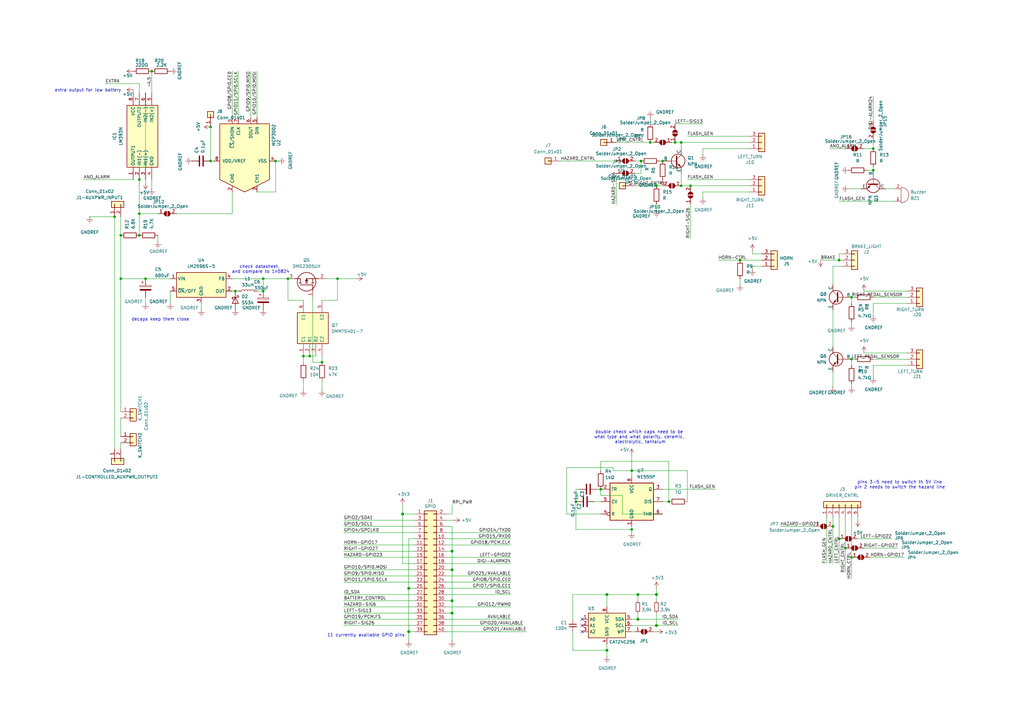
<source format=kicad_sch>
(kicad_sch (version 20231120) (generator "eeschema") (generator_version "8.0")
  (paper "A3")
  (title_block (date "15 nov 2012"))
  (lib_symbols
    (symbol "Analog_ADC:MCP3002" (pin_names (offset 1.016))
      (property "Reference" "U" (at -6.35 11.43 0))
      (property "Value" "MCP3002" (at 11.43 11.43 0))
      (symbol "MCP3002_1_1"
        (pin input line (at 17.78 5.08 180) (length 2.54) (name "~{CS}/SHDN") (number "1"))
        (pin passive line (at -12.7 5.08 0) (length 2.54) (name "CH0") (number "2"))
        (pin passive line (at -12.7 -5.08 0) (length 2.54) (name "CH1") (number "3"))
        (pin power_in line (at 0 -12.7 90) (length 2.54) (name "VSS") (number "4"))
        (pin input line (at 17.78 -5.08 180) (length 2.54) (name "DIN") (number "5"))
        (pin output line (at 17.78 -2.54 180) (length 2.54) (name "DOUT") (number "6"))
        (pin input line (at 17.78 2.54 180) (length 2.54) (name "CLK") (number "7"))
        (pin power_in line (at 0 12.7 270) (length 2.54) (name "VDD/VREF") (number "8"))
      )
    )
    (symbol "Connector_Generic:Conn_01x01" (pin_names (offset 1.016) hide)
      (property "Reference" "J" (at 0 2.54 0))
      (property "Value" "Conn_01x01" (at 0 -2.54 0))
      (symbol "Conn_01x01_1_1"
        (pin passive line (at -5.08 0 0) (length 3.81) (name "Pin_1") (number "1"))
      )
    )
    (symbol "Connector_Generic:Conn_01x02" (pin_names (offset 1.016) hide)
      (property "Reference" "J" (at 0 2.54 0))
      (property "Value" "Conn_01x02" (at 0 -5.08 0))
      (symbol "Conn_01x02_1_1"
        (pin passive line (at -5.08 0 0) (length 3.81) (name "Pin_1") (number "1"))
        (pin passive line (at -5.08 -2.54 0) (length 3.81) (name "Pin_2") (number "2"))
      )
    )
    (symbol "Connector_Generic:Conn_01x03" (pin_names (offset 1.016) hide)
      (property "Reference" "J" (at 0 5.08 0))
      (property "Value" "Conn_01x03" (at 0 -5.08 0))
      (symbol "Conn_01x03_1_1"
        (pin passive line (at -5.08 2.54 0) (length 3.81) (name "Pin_1") (number "1"))
        (pin passive line (at -5.08 0 0) (length 3.81) (name "Pin_2") (number "2"))
        (pin passive line (at -5.08 -2.54 0) (length 3.81) (name "Pin_3") (number "3"))
      )
    )
    (symbol "Connector_Generic:Conn_01x06" (pin_names (offset 1.016) hide)
      (property "Reference" "J" (at 0 7.62 0))
      (property "Value" "Conn_01x06" (at 0 -10.16 0))
      (symbol "Conn_01x06_1_1"
        (pin passive line (at -5.08 5.08 0) (length 3.81) (name "Pin_1") (number "1"))
        (pin passive line (at -5.08 2.54 0) (length 3.81) (name "Pin_2") (number "2"))
        (pin passive line (at -5.08 0 0) (length 3.81) (name "Pin_3") (number "3"))
        (pin passive line (at -5.08 -2.54 0) (length 3.81) (name "Pin_4") (number "4"))
        (pin passive line (at -5.08 -5.08 0) (length 3.81) (name "Pin_5") (number "5"))
        (pin passive line (at -5.08 -7.62 0) (length 3.81) (name "Pin_6") (number "6"))
      )
    )
    (symbol "Connector_Generic:Conn_02x20_Odd_Even" (pin_names (offset 1.016) hide)
      (property "Reference" "J" (at 1.27 25.4 0))
      (property "Value" "Conn_02x20_Odd_Even" (at 1.27 -27.94 0))
      (symbol "Conn_02x20_Odd_Even_1_1"
        (pin passive line (at -5.08 22.86 0) (length 3.81) (name "Pin_1") (number "1"))
        (pin passive line (at 7.62 12.7 180) (length 3.81) (name "Pin_10") (number "10"))
        (pin passive line (at -5.08 10.16 0) (length 3.81) (name "Pin_11") (number "11"))
        (pin passive line (at 7.62 10.16 180) (length 3.81) (name "Pin_12") (number "12"))
        (pin passive line (at -5.08 7.62 0) (length 3.81) (name "Pin_13") (number "13"))
        (pin passive line (at 7.62 7.62 180) (length 3.81) (name "Pin_14") (number "14"))
        (pin passive line (at -5.08 5.08 0) (length 3.81) (name "Pin_15") (number "15"))
        (pin passive line (at 7.62 5.08 180) (length 3.81) (name "Pin_16") (number "16"))
        (pin passive line (at -5.08 2.54 0) (length 3.81) (name "Pin_17") (number "17"))
        (pin passive line (at 7.62 2.54 180) (length 3.81) (name "Pin_18") (number "18"))
        (pin passive line (at -5.08 0 0) (length 3.81) (name "Pin_19") (number "19"))
        (pin passive line (at 7.62 22.86 180) (length 3.81) (name "Pin_2") (number "2"))
        (pin passive line (at 7.62 0 180) (length 3.81) (name "Pin_20") (number "20"))
        (pin passive line (at -5.08 -2.54 0) (length 3.81) (name "Pin_21") (number "21"))
        (pin passive line (at 7.62 -2.54 180) (length 3.81) (name "Pin_22") (number "22"))
        (pin passive line (at -5.08 -5.08 0) (length 3.81) (name "Pin_23") (number "23"))
        (pin passive line (at 7.62 -5.08 180) (length 3.81) (name "Pin_24") (number "24"))
        (pin passive line (at -5.08 -7.62 0) (length 3.81) (name "Pin_25") (number "25"))
        (pin passive line (at 7.62 -7.62 180) (length 3.81) (name "Pin_26") (number "26"))
        (pin passive line (at -5.08 -10.16 0) (length 3.81) (name "Pin_27") (number "27"))
        (pin passive line (at 7.62 -10.16 180) (length 3.81) (name "Pin_28") (number "28"))
        (pin passive line (at -5.08 -12.7 0) (length 3.81) (name "Pin_29") (number "29"))
        (pin passive line (at -5.08 20.32 0) (length 3.81) (name "Pin_3") (number "3"))
        (pin passive line (at 7.62 -12.7 180) (length 3.81) (name "Pin_30") (number "30"))
        (pin passive line (at -5.08 -15.24 0) (length 3.81) (name "Pin_31") (number "31"))
        (pin passive line (at 7.62 -15.24 180) (length 3.81) (name "Pin_32") (number "32"))
        (pin passive line (at -5.08 -17.78 0) (length 3.81) (name "Pin_33") (number "33"))
        (pin passive line (at 7.62 -17.78 180) (length 3.81) (name "Pin_34") (number "34"))
        (pin passive line (at -5.08 -20.32 0) (length 3.81) (name "Pin_35") (number "35"))
        (pin passive line (at 7.62 -20.32 180) (length 3.81) (name "Pin_36") (number "36"))
        (pin passive line (at -5.08 -22.86 0) (length 3.81) (name "Pin_37") (number "37"))
        (pin passive line (at 7.62 -22.86 180) (length 3.81) (name "Pin_38") (number "38"))
        (pin passive line (at -5.08 -25.4 0) (length 3.81) (name "Pin_39") (number "39"))
        (pin passive line (at 7.62 20.32 180) (length 3.81) (name "Pin_4") (number "4"))
        (pin passive line (at 7.62 -25.4 180) (length 3.81) (name "Pin_40") (number "40"))
        (pin passive line (at -5.08 17.78 0) (length 3.81) (name "Pin_5") (number "5"))
        (pin passive line (at 7.62 17.78 180) (length 3.81) (name "Pin_6") (number "6"))
        (pin passive line (at -5.08 15.24 0) (length 3.81) (name "Pin_7") (number "7"))
        (pin passive line (at 7.62 15.24 180) (length 3.81) (name "Pin_8") (number "8"))
        (pin passive line (at -5.08 12.7 0) (length 3.81) (name "Pin_9") (number "9"))
      )
    )
    (symbol "DMG2305UX:DMG2305UX" (pin_names hide)
      (property "Reference" "Q" (at 11.43 3.81 0))
      (property "Value" "DMG2305UX" (at 11.43 1.27 0))
      (symbol "DMG2305UX_1_1"
        (pin passive line (at 0 0 0) (length 2.54) (name "G") (number "1"))
        (pin passive line (at 7.62 -5.08 90) (length 2.54) (name "S") (number "2"))
        (pin passive line (at 7.62 10.16 270) (length 2.54) (name "D") (number "3"))
      )
    )
    (symbol "DMMT5401-7:DMMT5401-7"
      (property "Reference" "Q" (at 19.05 7.62 0))
      (property "Value" "DMMT5401-7" (at 19.05 5.08 0))
      (symbol "DMMT5401-7_1_1"
        (pin passive line (at 0 0 0) (length 5.08) (name "C1") (number "1"))
        (pin passive line (at 0 -2.54 0) (length 5.08) (name "B1") (number "2"))
        (pin passive line (at 0 -5.08 0) (length 5.08) (name "B2") (number "3"))
        (pin passive line (at 0 -7.62 0) (length 5.08) (name "C2") (number "4"))
        (pin passive line (at 22.86 -7.62 180) (length 5.08) (name "E2") (number "5"))
        (pin passive line (at 22.86 0 180) (length 5.08) (name "E1") (number "6"))
      )
    )
    (symbol "Device:Buzzer" (pin_names (offset 0.0254) hide)
      (property "Reference" "BZ" (at 3.81 1.27 0))
      (property "Value" "Buzzer" (at 3.81 -1.27 0))
      (symbol "Buzzer_1_1"
        (pin passive line (at -2.54 2.54 0) (length 2.54) (name "+") (number "1"))
        (pin passive line (at -2.54 -2.54 0) (length 2.54) (name "-") (number "2"))
      )
    )
    (symbol "Device:C" (pin_numbers hide) (pin_names (offset 0.254))
      (property "Reference" "C" (at 0.635 2.54 0))
      (property "Value" "C" (at 0.635 -2.54 0))
      (symbol "C_1_1"
        (pin passive line (at 0 3.81 270) (length 2.794) (name "~") (number "1"))
        (pin passive line (at 0 -3.81 90) (length 2.794) (name "~") (number "2"))
      )
    )
    (symbol "Device:C_Polarized" (pin_numbers hide) (pin_names (offset 0.254))
      (property "Reference" "C" (at 0.635 2.54 0))
      (property "Value" "C_Polarized" (at 0.635 -2.54 0))
      (symbol "C_Polarized_1_1"
        (pin passive line (at 0 3.81 270) (length 2.794) (name "~") (number "1"))
        (pin passive line (at 0 -3.81 90) (length 2.794) (name "~") (number "2"))
      )
    )
    (symbol "Device:C_Small" (pin_numbers hide) (pin_names (offset 0.254) hide)
      (property "Reference" "C" (at 0.254 1.778 0))
      (property "Value" "C_Small" (at 0.254 -2.032 0))
      (symbol "C_Small_1_1"
        (pin passive line (at 0 2.54 270) (length 2.032) (name "~") (number "1"))
        (pin passive line (at 0 -2.54 90) (length 2.032) (name "~") (number "2"))
      )
    )
    (symbol "Device:L" (pin_numbers hide) (pin_names (offset 1.016) hide)
      (property "Reference" "L" (at -1.27 0 90))
      (property "Value" "L" (at 1.905 0 90))
      (symbol "L_1_1"
        (pin passive line (at 0 3.81 270) (length 1.27) (name "1") (number "1"))
        (pin passive line (at 0 -3.81 90) (length 1.27) (name "2") (number "2"))
      )
    )
    (symbol "Device:R" (pin_numbers hide) (pin_names (offset 0))
      (property "Reference" "R" (at 2.032 0 90))
      (property "Value" "R" (at 0 0 90))
      (symbol "R_1_1"
        (pin passive line (at 0 3.81 270) (length 1.27) (name "~") (number "1"))
        (pin passive line (at 0 -3.81 90) (length 1.27) (name "~") (number "2"))
      )
    )
    (symbol "Device:R_Small" (pin_numbers hide) (pin_names (offset 0.254) hide)
      (property "Reference" "R" (at 0.762 0.508 0))
      (property "Value" "R_Small" (at 0.762 -1.016 0))
      (symbol "R_Small_1_1"
        (pin passive line (at 0 2.54 270) (length 0.762) (name "~") (number "1"))
        (pin passive line (at 0 -2.54 90) (length 0.762) (name "~") (number "2"))
      )
    )
    (symbol "Diode:SS34" (pin_numbers hide) (pin_names (offset 1.016) hide)
      (property "Reference" "D" (at 0 2.54 0))
      (property "Value" "SS34" (at 0 -2.54 0))
      (symbol "SS34_1_1"
        (pin passive line (at -3.81 0 0) (length 2.54) (name "K") (number "1"))
        (pin passive line (at 3.81 0 180) (length 2.54) (name "A") (number "2"))
      )
    )
    (symbol "Jumper:SolderJumper_2_Open" (pin_names (offset 0) hide)
      (property "Reference" "JP" (at 0 2.032 0))
      (property "Value" "SolderJumper_2_Open" (at 0 -2.54 0))
      (symbol "SolderJumper_2_Open_1_1"
        (pin passive line (at -3.81 0 0) (length 2.54) (name "A") (number "1"))
        (pin passive line (at 3.81 0 180) (length 2.54) (name "B") (number "2"))
      )
    )
    (symbol "LM393N:LM393N"
      (property "Reference" "IC" (at 31.75 7.62 0))
      (property "Value" "LM393N" (at 31.75 5.08 0))
      (symbol "LM393N_1_1"
        (pin passive line (at 0 0 0) (length 5.08) (name "OUTPUT1") (number "1"))
        (pin passive line (at 0 -2.54 0) (length 5.08) (name "IN1(-)") (number "2"))
        (pin passive line (at 0 -5.08 0) (length 5.08) (name "IN1(+)") (number "3"))
        (pin passive line (at 0 -7.62 0) (length 5.08) (name "GND") (number "4"))
        (pin passive line (at 35.56 -7.62 180) (length 5.08) (name "IN2(+)") (number "5"))
        (pin passive line (at 35.56 -5.08 180) (length 5.08) (name "IN2(-)") (number "6"))
        (pin passive line (at 35.56 -2.54 180) (length 5.08) (name "OUTPUT2") (number "7"))
        (pin passive line (at 35.56 0 180) (length 5.08) (name "VCC") (number "8"))
      )
    )
    (symbol "Memory_EEPROM:CAT24C256"
      (property "Reference" "U" (at -6.35 6.35 0))
      (property "Value" "CAT24C256" (at 1.27 6.35 0))
      (symbol "CAT24C256_1_1"
        (pin input line (at -10.16 2.54 0) (length 2.54) (name "A0") (number "1"))
        (pin input line (at -10.16 0 0) (length 2.54) (name "A1") (number "2"))
        (pin input line (at -10.16 -2.54 0) (length 2.54) (name "A2") (number "3"))
        (pin power_in line (at 0 -7.62 90) (length 2.54) (name "GND") (number "4"))
        (pin bidirectional line (at 10.16 2.54 180) (length 2.54) (name "SDA") (number "5"))
        (pin input line (at 10.16 0 180) (length 2.54) (name "SCL") (number "6"))
        (pin input line (at 10.16 -2.54 180) (length 2.54) (name "WP") (number "7"))
        (pin power_in line (at 0 7.62 270) (length 2.54) (name "VCC") (number "8"))
      )
    )
    (symbol "Regulator_Switching:LM2596S-5"
      (property "Reference" "U" (at -10.16 6.35 0))
      (property "Value" "LM2596S-5" (at 0 6.35 0))
      (symbol "LM2596S-5_1_1"
        (pin power_in line (at -12.7 2.54 0) (length 2.54) (name "VIN") (number "1"))
        (pin output line (at 12.7 -2.54 180) (length 2.54) (name "OUT") (number "2"))
        (pin power_in line (at 0 -7.62 90) (length 2.54) (name "GND") (number "3"))
        (pin input line (at 12.7 2.54 180) (length 2.54) (name "FB") (number "4"))
        (pin input line (at -12.7 -2.54 0) (length 2.54) (name "~{ON}/OFF") (number "5"))
      )
    )
    (symbol "Simulation_SPICE:NPN" (pin_numbers hide) (pin_names (offset 0))
      (property "Reference" "Q" (at -2.54 7.62 0))
      (property "Value" "NPN" (at -2.54 5.08 0))
      (symbol "NPN_1_1"
        (pin open_collector line (at 2.54 5.08 270) (length 2.54) (name "C") (number "1"))
        (pin input line (at -5.08 0 0) (length 2.54) (name "B") (number "2"))
        (pin open_emitter line (at 2.54 -5.08 90) (length 2.54) (name "E") (number "3"))
      )
    )
    (symbol "Timer:NE555P"
      (property "Reference" "U" (at -10.16 8.89 0))
      (property "Value" "NE555P" (at 2.54 8.89 0))
      (symbol "NE555P_0_0"
        (pin power_in line (at 0 -10.16 90) (length 2.54) (name "GND") (number "1"))
        (pin power_in line (at 0 10.16 270) (length 2.54) (name "VCC") (number "8"))
      )
      (symbol "NE555P_1_1"
        (pin input line (at -12.7 5.08 0) (length 3.81) (name "TR") (number "2"))
        (pin output line (at 12.7 5.08 180) (length 3.81) (name "Q") (number "3"))
        (pin input inverted (at -12.7 -5.08 0) (length 3.81) (name "R") (number "4"))
        (pin input line (at -12.7 0 0) (length 3.81) (name "CV") (number "5"))
        (pin input line (at 12.7 -5.08 180) (length 3.81) (name "THR") (number "6"))
        (pin input line (at 12.7 0 180) (length 3.81) (name "DIS") (number "7"))
      )
    )
    (symbol "power:+3.3V" (power) (pin_names (offset 0))
      (property "Value" "+3.3V" (at 0 3.556 0))
      (symbol "+3.3V_1_1"
        (pin power_in line (at 0 0 90) (length 0) hide (name "+3V3") (number "1"))
      )
    )
    (symbol "power:+5V" (power) (pin_names (offset 0))
      (property "Value" "+5V" (at 0 3.556 0))
      (symbol "+5V_1_1"
        (pin power_in line (at 0 0 90) (length 0) hide (name "+5V") (number "1"))
      )
    )
    (symbol "power:GNDREF" (power) (pin_numbers hide) (pin_names (offset 0) hide)
      (property "Value" "GNDREF" (at 0 -3.81 0))
      (symbol "GNDREF_1_1"
        (pin power_in line (at 0 0 270) (length 0) (name "~") (number "1"))
      )
    )
  )
  (junction (at 261.62 254) (diameter 1.016))
  (junction (at 283.21 76.2))
  (junction (at 248.92 266.7) (diameter 1.016))
  (junction (at 274.32 205.74))
  (junction (at 185.42 226.06) (diameter 1.016))
  (junction (at 248.92 243.84) (diameter 1.016))
  (junction (at 49.53 114.3))
  (junction (at 349.25 121.92))
  (junction (at 344.17 220.98))
  (junction (at 127 146.05))
  (junction (at 269.24 243.84) (diameter 1.016))
  (junction (at 107.95 119.38))
  (junction (at 236.22 205.74))
  (junction (at 259.08 193.04))
  (junction (at 349.25 228.6))
  (junction (at 57.15 73.66))
  (junction (at 57.15 96.52))
  (junction (at 113.03 66.04))
  (junction (at 62.23 29.21))
  (junction (at 271.78 66.04))
  (junction (at 349.25 147.32))
  (junction (at 167.64 259.08) (diameter 1.016))
  (junction (at 246.38 200.66))
  (junction (at 132.08 148.59))
  (junction (at 269.24 76.2))
  (junction (at 279.4 76.2))
  (junction (at 124.46 146.05))
  (junction (at 167.64 241.3) (diameter 1.016))
  (junction (at 86.36 66.04))
  (junction (at 276.86 58.42))
  (junction (at 341.63 215.9))
  (junction (at 262.89 66.04))
  (junction (at 185.42 251.46) (diameter 1.016))
  (junction (at 57.15 87.63))
  (junction (at 259.08 217.17))
  (junction (at 358.14 60.96))
  (junction (at 346.71 224.79))
  (junction (at 107.95 114.3))
  (junction (at 185.42 246.38) (diameter 1.016))
  (junction (at 266.7 58.42))
  (junction (at 185.42 233.68) (diameter 1.016))
  (junction (at 138.43 114.3))
  (junction (at 269.24 256.54) (diameter 1.016))
  (junction (at 344.17 106.68))
  (junction (at 59.69 114.3))
  (junction (at 96.52 119.38))
  (junction (at 49.53 96.52))
  (junction (at 279.4 58.42))
  (junction (at 86.36 52.07))
  (junction (at 358.14 69.85))
  (junction (at 303.53 106.68))
  (junction (at 118.11 114.3))
  (junction (at 46.99 88.9))
  (junction (at 165.1 210.82) (diameter 1.016))
  (junction (at 261.62 243.84) (diameter 1.016))
  (no_connect (at 238.76 254))
  (no_connect (at 238.76 256.54))
  (no_connect (at 238.76 259.08))
  (wire (pts (xy 49.53 88.9) (xy 49.53 96.52)))
  (wire (pts (xy 167.64 241.3) (xy 167.64 259.08)))
  (wire (pts (xy 182.88 241.3) (xy 209.55 241.3)))
  (wire (pts (xy 349.25 212.09) (xy 349.25 228.6)))
  (wire (pts (xy 344.17 212.09) (xy 344.17 220.98)))
  (wire (pts (xy 274.32 189.23) (xy 246.38 189.23)))
  (wire (pts (xy 170.18 223.52) (xy 140.97 223.52)))
  (wire (pts (xy 341.63 109.22) (xy 341.63 116.84)))
  (wire (pts (xy 248.92 243.84) (xy 261.62 243.84)))
  (wire (pts (xy 269.24 243.84) (xy 261.62 243.84)))
  (wire (pts (xy 269.24 246.38) (xy 269.24 243.84)))
  (wire (pts (xy 266.7 50.8) (xy 266.7 48.26)))
  (wire (pts (xy 185.42 215.9) (xy 185.42 226.06)))
  (wire (pts (xy 281.94 205.74) (xy 281.94 193.04)))
  (wire (pts (xy 185.42 233.68) (xy 182.88 233.68)))
  (wire (pts (xy 363.22 77.47) (xy 367.03 77.47)))
  (wire (pts (xy 49.53 114.3) (xy 59.69 114.3)))
  (wire (pts (xy 259.08 215.9) (xy 259.08 217.17)))
  (wire (pts (xy 185.42 246.38) (xy 185.42 251.46)))
  (wire (pts (xy 49.53 114.3) (xy 49.53 168.91)))
  (wire (pts (xy 358.14 57.15) (xy 358.14 60.96)))
  (wire (pts (xy 95.25 87.63) (xy 95.25 78.74)))
  (wire (pts (xy 107.95 114.3) (xy 118.11 114.3)))
  (wire (pts (xy 260.35 76.2) (xy 269.24 76.2)))
  (wire (pts (xy 57.15 68.58) (xy 57.15 73.66)))
  (wire (pts (xy 344.17 106.68) (xy 345.44 106.68)))
  (wire (pts (xy 349.25 121.92) (xy 350.52 121.92)))
  (wire (pts (xy 185.42 233.68) (xy 185.42 246.38)))
  (wire (pts (xy 182.88 218.44) (xy 209.55 218.44)))
  (wire (pts (xy 346.71 212.09) (xy 346.71 224.79)))
  (wire (pts (xy 167.64 220.98) (xy 167.64 241.3)))
  (wire (pts (xy 262.89 71.12) (xy 260.35 71.12)))
  (wire (pts (xy 259.08 254) (xy 261.62 254)))
  (wire (pts (xy 261.62 254) (xy 278.13 254)))
  (wire (pts (xy 349.25 228.6) (xy 349.25 237.49)))
  (wire (pts (xy 232.41 210.82) (xy 232.41 191.77)))
  (wire (pts (xy 138.43 123.19) (xy 138.43 114.3)))
  (wire (pts (xy 354.33 60.96) (xy 358.14 60.96)))
  (wire (pts (xy 236.22 205.74) (xy 236.22 217.17)))
  (wire (pts (xy 105.41 78.74) (xy 113.03 78.74)))
  (wire (pts (xy 251.46 191.77) (xy 251.46 193.04)))
  (wire (pts (xy 43.18 34.29) (xy 57.15 34.29)))
  (wire (pts (xy 167.64 220.98) (xy 170.18 220.98)))
  (wire (pts (xy 259.08 259.08) (xy 260.35 259.08)))
  (wire (pts (xy 267.97 259.08) (xy 269.24 259.08)))
  (wire (pts (xy 182.88 238.76) (xy 209.55 238.76)))
  (wire (pts (xy 132.08 156.21) (xy 132.08 160.02)))
  (wire (pts (xy 170.18 243.84) (xy 140.97 243.84)))
  (wire (pts (xy 232.41 191.77) (xy 251.46 191.77)))
  (wire (pts (xy 54.61 36.83) (xy 54.61 38.1)))
  (wire (pts (xy 62.23 73.66) (xy 62.23 77.47)))
  (wire (pts (xy 57.15 34.29) (xy 57.15 38.1)))
  (wire (pts (xy 341.63 127) (xy 341.63 142.24)))
  (wire (pts (xy 246.38 203.2) (xy 246.38 200.66)))
  (wire (pts (xy 140.97 246.38) (xy 170.18 246.38)))
  (wire (pts (xy 283.21 76.2) (xy 307.34 76.2)))
  (wire (pts (xy 243.84 205.74) (xy 246.38 205.74)))
  (wire (pts (xy 276.86 58.42) (xy 279.4 58.42)))
  (wire (pts (xy 59.69 124.46) (xy 59.69 121.92)))
  (wire (pts (xy 246.38 189.23) (xy 246.38 193.04)))
  (wire (pts (xy 46.99 88.9) (xy 46.99 184.15)))
  (wire (pts (xy 128.27 148.59) (xy 132.08 148.59)))
  (wire (pts (xy 246.38 210.82) (xy 232.41 210.82)))
  (wire (pts (xy 252.73 71.12) (xy 252.73 83.82)))
  (wire (pts (xy 312.42 109.22) (xy 308.61 109.22)))
  (wire (pts (xy 57.15 68.58) (xy 59.69 68.58)))
  (wire (pts (xy 167.64 241.3) (xy 170.18 241.3)))
  (wire (pts (xy 269.24 241.3) (xy 269.24 243.84)))
  (wire (pts (xy 262.89 66.04) (xy 262.89 71.12)))
  (wire (pts (xy 246.38 203.2) (xy 255.27 203.2)))
  (wire (pts (xy 105.41 119.38) (xy 107.95 119.38)))
  (wire (pts (xy 279.4 58.42) (xy 279.4 60.96)))
  (wire (pts (xy 275.59 58.42) (xy 276.86 58.42)))
  (wire (pts (xy 182.88 228.6) (xy 209.55 228.6)))
  (wire (pts (xy 248.92 243.84) (xy 248.92 248.92)))
  (wire (pts (xy 340.36 60.96) (xy 346.71 60.96)))
  (wire (pts (xy 59.69 68.58) (xy 59.69 38.1)))
  (wire (pts (xy 358.14 39.37) (xy 358.14 49.53)))
  (wire (pts (xy 303.53 114.3) (xy 303.53 116.84)))
  (wire (pts (xy 344.17 104.14) (xy 345.44 104.14)))
  (wire (pts (xy 182.88 259.08) (xy 215.9 259.08)))
  (wire (pts (xy 167.64 259.08) (xy 167.64 262.89)))
  (wire (pts (xy 140.97 226.06) (xy 170.18 226.06)))
  (wire (pts (xy 269.24 251.46) (xy 269.24 256.54)))
  (wire (pts (xy 260.35 66.04) (xy 262.89 66.04)))
  (wire (pts (xy 86.36 66.04) (xy 86.36 52.07)))
  (wire (pts (xy 165.1 207.01) (xy 165.1 210.82)))
  (wire (pts (xy 336.55 106.68) (xy 344.17 106.68)))
  (wire (pts (xy 358.14 121.92) (xy 372.11 121.92)))
  (wire (pts (xy 354.33 144.78) (xy 372.11 144.78)))
  (wire (pts (xy 259.08 193.04) (xy 259.08 195.58)))
  (wire (pts (xy 128.27 121.92) (xy 128.27 148.59)))
  (wire (pts (xy 259.08 186.69) (xy 259.08 193.04)))
  (wire (pts (xy 132.08 123.19) (xy 138.43 123.19)))
  (wire (pts (xy 245.11 200.66) (xy 246.38 200.66)))
  (wire (pts (xy 185.42 251.46) (xy 182.88 251.46)))
  (wire (pts (xy 341.63 215.9) (xy 341.63 231.14)))
  (wire (pts (xy 236.22 200.66) (xy 237.49 200.66)))
  (wire (pts (xy 349.25 157.48) (xy 349.25 158.75)))
  (wire (pts (xy 349.25 132.08) (xy 349.25 133.35)))
  (wire (pts (xy 140.97 215.9) (xy 170.18 215.9)))
  (wire (pts (xy 347.98 77.47) (xy 353.06 77.47)))
  (wire (pts (xy 252.73 58.42) (xy 266.7 58.42)))
  (wire (pts (xy 140.97 238.76) (xy 170.18 238.76)))
  (wire (pts (xy 133.35 114.3) (xy 138.43 114.3)))
  (wire (pts (xy 165.1 231.14) (xy 170.18 231.14)))
  (wire (pts (xy 271.78 205.74) (xy 274.32 205.74)))
  (wire (pts (xy 49.53 96.52) (xy 49.53 114.3)))
  (wire (pts (xy 170.18 213.36) (xy 140.97 213.36)))
  (wire (pts (xy 288.29 60.96) (xy 307.34 60.96)))
  (wire (pts (xy 279.4 76.2) (xy 283.21 76.2)))
  (wire (pts (xy 308.61 102.87) (xy 308.61 104.14)))
  (wire (pts (xy 113.03 78.74) (xy 113.03 66.04)))
  (wire (pts (xy 358.14 68.58) (xy 358.14 69.85)))
  (wire (pts (xy 185.42 226.06) (xy 185.42 233.68)))
  (wire (pts (xy 345.44 109.22) (xy 341.63 109.22)))
  (wire (pts (xy 182.88 223.52) (xy 209.55 223.52)))
  (wire (pts (xy 185.42 226.06) (xy 182.88 226.06)))
  (wire (pts (xy 354.33 224.79) (xy 368.3 224.79)))
  (wire (pts (xy 351.79 220.98) (xy 365.76 220.98)))
  (wire (pts (xy 102.87 48.26) (xy 102.87 29.21)))
  (wire (pts (xy 113.03 66.04) (xy 114.3 66.04)))
  (wire (pts (xy 185.42 207.01) (xy 185.42 210.82)))
  (wire (pts (xy 182.88 213.36) (xy 186.055 213.36)))
  (wire (pts (xy 127 146.05) (xy 129.54 146.05)))
  (wire (pts (xy 236.22 217.17) (xy 259.08 217.17)))
  (wire (pts (xy 346.71 224.79) (xy 346.71 234.95)))
  (wire (pts (xy 236.22 205.74) (xy 236.22 200.66)))
  (wire (pts (xy 140.97 218.44) (xy 170.18 218.44)))
  (wire (pts (xy 69.85 119.38) (xy 69.85 124.46)))
  (wire (pts (xy 279.4 71.12) (xy 279.4 76.2)))
  (wire (pts (xy 261.62 243.84) (xy 261.62 246.38)))
  (wire (pts (xy 308.61 104.14) (xy 312.42 104.14)))
  (wire (pts (xy 185.42 210.82) (xy 182.88 210.82)))
  (wire (pts (xy 165.1 210.82) (xy 165.1 231.14)))
  (wire (pts (xy 182.88 231.14) (xy 209.55 231.14)))
  (wire (pts (xy 269.24 83.82) (xy 269.24 86.36)))
  (wire (pts (xy 182.88 220.98) (xy 209.55 220.98)))
  (wire (pts (xy 138.43 114.3) (xy 146.05 114.3)))
  (wire (pts (xy 261.62 251.46) (xy 261.62 254)))
  (wire (pts (xy 259.08 256.54) (xy 269.24 256.54)))
  (wire (pts (xy 269.24 256.54) (xy 278.13 256.54)))
  (wire (pts (xy 266.7 58.42) (xy 267.97 58.42)))
  (wire (pts (xy 259.08 217.17) (xy 259.08 218.44)))
  (wire (pts (xy 358.14 149.86) (xy 358.14 154.94)))
  (wire (pts (xy 82.55 124.46) (xy 82.55 127)))
  (wire (pts (xy 288.29 78.74) (xy 307.34 78.74)))
  (wire (pts (xy 86.36 66.04) (xy 87.63 66.04)))
  (wire (pts (xy 269.24 76.2) (xy 271.78 76.2)))
  (wire (pts (xy 140.97 228.6) (xy 170.18 228.6)))
  (wire (pts (xy 140.97 236.22) (xy 170.18 236.22)))
  (wire (pts (xy 344.17 104.14) (xy 344.17 106.68)))
  (wire (pts (xy 308.61 109.22) (xy 308.61 110.49)))
  (wire (pts (xy 96.52 119.38) (xy 97.79 119.38)))
  (wire (pts (xy 358.14 149.86) (xy 372.11 149.86)))
  (wire (pts (xy 251.46 193.04) (xy 259.08 193.04)))
  (wire (pts (xy 358.14 124.46) (xy 372.11 124.46)))
  (wire (pts (xy 229.87 66.04) (xy 252.73 66.04)))
  (wire (pts (xy 64.77 96.52) (xy 64.77 99.06)))
  (wire (pts (xy 132.08 148.59) (xy 132.08 146.05)))
  (wire (pts (xy 349.25 121.92) (xy 349.25 124.46)))
  (wire (pts (xy 105.41 48.26) (xy 105.41 29.21)))
  (wire (pts (xy 320.04 215.9) (xy 334.01 215.9)))
  (wire (pts (xy 140.97 248.92) (xy 170.18 248.92)))
  (wire (pts (xy 124.46 156.21) (xy 124.46 160.02)))
  (wire (pts (xy 57.15 87.63) (xy 64.77 87.63)))
  (wire (pts (xy 355.6 69.85) (xy 358.14 69.85)))
  (wire (pts (xy 354.33 119.38) (xy 372.11 119.38)))
  (wire (pts (xy 118.11 114.3) (xy 118.11 123.19)))
  (wire (pts (xy 294.64 106.68) (xy 303.53 106.68)))
  (wire (pts (xy 344.17 82.55) (xy 367.03 82.55)))
  (wire (pts (xy 140.97 254) (xy 170.18 254)))
  (wire (pts (xy 107.95 119.38) (xy 107.95 114.3)))
  (wire (pts (xy 270.51 66.04) (xy 271.78 66.04)))
  (wire (pts (xy 288.29 63.5) (xy 288.29 60.96)))
  (wire (pts (xy 182.88 254) (xy 209.55 254)))
  (wire (pts (xy 124.46 146.05) (xy 124.46 148.59)))
  (wire (pts (xy 279.4 58.42) (xy 307.34 58.42)))
  (wire (pts (xy 182.88 248.92) (xy 209.55 248.92)))
  (wire (pts (xy 59.69 74.93) (xy 59.69 73.66)))
  (wire (pts (xy 167.64 259.08) (xy 170.18 259.08)))
  (wire (pts (xy 182.88 256.54) (xy 214.63 256.54)))
  (wire (pts (xy 72.39 87.63) (xy 95.25 87.63)))
  (wire (pts (xy 358.14 147.32) (xy 372.11 147.32)))
  (wire (pts (xy 118.11 123.19) (xy 124.46 123.19)))
  (wire (pts (xy 185.42 215.9) (xy 182.88 215.9)))
  (wire (pts (xy 97.79 48.26) (xy 97.79 29.21)))
  (wire (pts (xy 59.69 114.3) (xy 69.85 114.3)))
  (wire (pts (xy 140.97 256.54) (xy 170.18 256.54)))
  (wire (pts (xy 281.94 55.88) (xy 307.34 55.88)))
  (wire (pts (xy 341.63 152.4) (xy 341.63 158.75)))
  (wire (pts (xy 34.29 73.66) (xy 54.61 73.66)))
  (wire (pts (xy 62.23 29.21) (xy 62.23 38.1)))
  (wire (pts (xy 356.87 228.6) (xy 370.84 228.6)))
  (wire (pts (xy 49.53 181.61) (xy 49.53 184.15)))
  (wire (pts (xy 339.09 212.09) (xy 339.09 231.14)))
  (wire (pts (xy 358.14 124.46) (xy 358.14 129.54)))
  (wire (pts (xy 303.53 106.68) (xy 312.42 106.68)))
  (wire (pts (xy 95.25 119.38) (xy 96.52 119.38)))
  (wire (pts (xy 234.95 243.84) (xy 234.95 254)))
  (wire (pts (xy 234.95 259.08) (xy 234.95 266.7)))
  (wire (pts (xy 234.95 266.7) (xy 248.92 266.7)))
  (wire (pts (xy 248.92 243.84) (xy 234.95 243.84)))
  (wire (pts (xy 57.15 73.66) (xy 57.15 87.63)))
  (wire (pts (xy 274.32 205.74) (xy 274.32 189.23)))
  (wire (pts (xy 248.92 264.16) (xy 248.92 266.7)))
  (wire (pts (xy 248.92 266.7) (xy 248.92 269.24)))
  (wire (pts (xy 124.46 146.05) (xy 127 146.05)))
  (wire (pts (xy 255.27 210.82) (xy 255.27 203.2)))
  (wire (pts (xy 185.42 251.46) (xy 185.42 262.89)))
  (wire (pts (xy 182.88 236.22) (xy 209.55 236.22)))
  (wire (pts (xy 170.18 251.46) (xy 140.97 251.46)))
  (wire (pts (xy 281.94 193.04) (xy 259.08 193.04)))
  (wire (pts (xy 271.78 210.82) (xy 255.27 210.82)))
  (wire (pts (xy 344.17 220.98) (xy 344.17 231.14)))
  (wire (pts (xy 349.25 147.32) (xy 350.52 147.32)))
  (wire (pts (xy 57.15 87.63) (xy 57.15 96.52)))
  (wire (pts (xy 288.29 81.28) (xy 288.29 78.74)))
  (wire (pts (xy 185.42 246.38) (xy 182.88 246.38)))
  (wire (pts (xy 165.1 210.82) (xy 170.18 210.82)))
  (wire (pts (xy 36.83 88.9) (xy 46.99 88.9)))
  (wire (pts (xy 341.63 212.09) (xy 341.63 215.9)))
  (wire (pts (xy 288.29 50.8) (xy 276.86 50.8)))
  (wire (pts (xy 271.78 200.66) (xy 293.37 200.66)))
  (wire (pts (xy 49.53 171.45) (xy 49.53 179.07)))
  (wire (pts (xy 349.25 147.32) (xy 349.25 149.86)))
  (wire (pts (xy 283.21 83.82) (xy 283.21 97.79)))
  (wire (pts (xy 95.25 48.26) (xy 95.25 29.21)))
  (wire (pts (xy 170.18 233.68) (xy 140.97 233.68)))
  (wire (pts (xy 182.88 243.84) (xy 209.55 243.84)))
  (wire (pts (xy 107.95 114.3) (xy 95.25 114.3)))
  (wire (pts (xy 351.79 213.36) (xy 351.79 212.09)))
  (wire (pts (xy 281.94 73.66) (xy 307.34 73.66)))
  (text "extra output for low battery \n" (at 36.576 37.084 0) (effects (font (size 1.27 1.27))))
  (text "decaps keep them close\n" (at 65.786 131.064 0) (effects (font (size 1.27 1.27))))
  (text "pins 3-5 need to switch th 5V line\npin 2 needs to switch the hazard line" (at 369.062 198.882 0) (effects (font (size 1.27 1.27))))
  (text "double check which caps need to be \nwhat type and what polarity, ceramic, \nelectrolytic, tantalum\n" (at 262.636 179.324 0) (effects (font (size 1.27 1.27))))
  (text "11 currently available GPIO pins\n" (at 150.114 260.604 0) (effects (font (size 1.27 1.27))))
  (text "check datasheet, \nand compare to 1n5824\n" (at 106.934 110.49 0) (effects (font (size 1.27 1.27))))
  (label "RIGHT-SIG26" (at 283.21 97.79 90))
  (label "ID_SDA" (at 140.97 243.84 0))
  (label "HAZARD-SIG6" (at 140.97 248.92 0))
  (label "HORN-CTRL" (at 294.64 106.68 0))
  (label "~4.5" (at 62.23 35.56 90))
  (label "FLASH_GEN" (at 344.17 82.55 0))
  (label "ID_SDA" (at 278.13 254 180))
  (label "RIGHT-GPIO27" (at 368.3 224.79 180))
  (label "HAZARD_CNTRL" (at 341.63 231.14 90))
  (label "LEFT-SIG13" (at 288.29 50.8 180))
  (label "ID_SCL" (at 209.55 243.84 180))
  (label "BATTERY_CONTROL" (at 140.97 246.38 0))
  (label "GPIO21{slash}AVAILABLE" (at 215.9 259.08 180))
  (label "GPIO19{slash}PCM.FS" (at 140.97 254 0))
  (label "EXTRA" (at 43.18 34.29 0))
  (label "GPIO10{slash}SPI0.MOSI" (at 140.97 233.68 0))
  (label "HORN-GPIO17" (at 370.84 228.6 180))
  (label "FLASH_GEN" (at 293.37 200.66 180))
  (label "GPIO9{slash}SPI0.MISO" (at 140.97 236.22 0))
  (label "LEFT-GPIO22" (at 209.55 228.6 180))
  (label "RIGHT_CNTRL" (at 260.35 76.2 0))
  (label "GPIO4{slash}GPCLK0" (at 140.97 218.44 0))
  (label "LEFT_CNTRL" (at 344.17 231.14 90))
  (label "RIGHT-GPIO27" (at 140.97 226.06 0))
  (label "DIGI-ALARM24" (at 358.14 39.37 270))
  (label "RIGHT-SIG26" (at 140.97 256.54 0))
  (label "GPIO14{slash}TXD0" (at 209.55 218.44 180))
  (label "RIGHT_CNTRL" (at 346.71 234.95 90))
  (label "HORN_CTRL" (at 349.25 237.49 90))
  (label "GPIO8{slash}SPI0.CE0" (at 209.55 238.76 180))
  (label "GPIO15{slash}RXD0" (at 209.55 220.98 180))
  (label "FLASH_GEN" (at 281.94 73.66 0))
  (label "AVAILABLE" (at 209.55 254 180))
  (label "LEFT_PEDAL_SENSOR" (at 349.25 147.32 0))
  (label "GPIO11{slash}SPI0.SCLK" (at 97.79 29.21 270))
  (label "FLASH_GEN" (at 281.94 55.88 0))
  (label "HAZARD-GPIO23" (at 140.97 228.6 0))
  (label "GPIO2{slash}SDA1" (at 140.97 213.36 0))
  (label "HORN-GPIO17" (at 140.97 223.52 0))
  (label "GPIO25{slash}AVAILABLE" (at 209.55 236.22 180))
  (label "LEFT_CNTRL" (at 252.73 58.42 0))
  (label "GPIO8{slash}SPI0.CE0" (at 95.25 29.21 270))
  (label "GPIO3{slash}SCL1" (at 140.97 215.9 0))
  (label "GPIO18{slash}PCM.CLK" (at 209.55 223.52 180))
  (label "GPIO12{slash}PWM0" (at 209.55 248.92 180))
  (label "RPI_PWR" (at 185.42 207.01 0))
  (label "RIGHT_PEDAL_SENSOR" (at 349.25 121.92 0))
  (label "LEFT-SIG13" (at 140.97 251.46 0))
  (label "GPIO20{slash}AVAILABLE" (at 214.63 256.54 180))
  (label "DIGI-ALARM24" (at 209.55 231.14 180))
  (label "GPIO7{slash}SPI0.CE1" (at 209.55 241.3 180))
  (label "ANO_ALARM" (at 340.36 60.96 0))
  (label "HAZARD-GPIO23" (at 320.04 215.9 0))
  (label "GPIO9{slash}SPI0.MISO" (at 102.87 29.21 270))
  (label "BRAKE" (at 336.55 106.68 0))
  (label "GPIO10{slash}SPI0.MOSI" (at 105.41 29.21 270))
  (label "HAZARD-SIG6" (at 252.73 83.82 90))
  (label "ID_SCL" (at 278.13 256.54 180))
  (label "HAZARD_CNTRL" (at 229.87 66.04 0))
  (label "FLASH_GEN" (at 339.09 231.14 90))
  (label "ANO_ALARM" (at 34.29 73.66 0))
  (label "LEFT-GPIO22" (at 365.76 220.98 180))
  (label "GPIO11{slash}SPI0.SCLK" (at 140.97 238.76 0))
  (symbol (lib_id "power:+3.3V") (at 165.1 207.01 0) (unit 1)
    (property "Reference" "#PWR04" (effects (hide yes)))
    (property "Value" "+3V3" (at 165.4683 202.6856 0))
  )
  (symbol (lib_id "Connector_Generic:Conn_02x20_Odd_Even") (at 175.26 233.68 0) (unit 1)
    (property "Reference" "J1" (at 176.53 205.3398 0))
    (property "Value" "GPIO" (at 176.53 207.645 0))
    (property "Footprint" "Connector_PinHeader_2.54mm:PinHeader_2x20_P2.54mm_Vertical" (effects (hide yes)))
  )
  (symbol (lib_id "power:+5V") (at 54.61 29.21 90) (unit 1)
    (property "Reference" "#PWR06" (effects (hide yes)))
    (property "Value" "+5V" (at 52.324 30.988 90))
  )
  (symbol (lib_id "power:+5V") (at 351.79 213.36 180) (unit 1)
    (property "Reference" "#PWR011" (effects (hide yes)))
    (property "Value" "+5V" (at 351.79 218.44 0))
  )
  (symbol (lib_id "Device:R") (at 349.25 153.67 0) (unit 1)
    (property "Reference" "R10" (at 351.79 152.3999 0) (effects (justify left)))
    (property "Value" "4.7kΩ" (at 351.79 154.9399 0) (effects (justify left)))
    (property "Footprint" "Resistor_SMD:R_0805_2012Metric_Pad1.20x1.40mm_HandSolder" (effects (hide yes)))
    (property "Description" "Resistor" (effects (hide yes)))
  )
  (symbol (lib_id "Device:R") (at 132.08 152.4 0) (unit 1)
    (property "Reference" "R23" (at 134.62 151.1299 0) (effects (justify left)))
    (property "Value" "47K" (at 134.62 153.6699 0) (effects (justify left)))
    (property "Footprint" "Resistor_SMD:R_0805_2012Metric_Pad1.20x1.40mm_HandSolder" (effects (hide yes)))
    (property "Description" "Resistor" (effects (hide yes)))
  )
  (symbol (lib_id "Device:C_Polarized") (at 59.69 118.11 0) (unit 1)
    (property "Reference" "C5" (at 63.5 110.49 0) (effects (justify left)))
    (property "Value" "680uF" (at 63.5 113.03 0) (effects (justify left)))
    (property "Footprint" "Capacitor_SMD:C_0805_2012Metric_Pad1.18x1.45mm_HandSolder" (effects (hide yes)))
    (property "Description" "Polarized capacitor" (effects (hide yes)))
  )
  (symbol (lib_id "Device:L") (at 101.6 119.38 90) (unit 1)
    (property "Reference" "L1" (at 101.6 114.3 90))
    (property "Value" "33uH" (at 101.6 116.84 90))
    (property "Footprint" "Inductor_SMD:L_AVX_LMLP07A7" (effects (hide yes)))
    (property "Description" "Inductor" (effects (hide yes)))
  )
  (symbol (lib_id "Device:R") (at 278.13 205.74 270) (unit 1)
    (property "Reference" "R3" (at 278.13 199.39 90))
    (property "Value" "?Ω" (at 278.13 201.93 90))
    (property "Footprint" "Resistor_SMD:R_0805_2012Metric_Pad1.20x1.40mm_HandSolder" (effects (hide yes)))
  )
  (symbol (lib_id "Jumper:SolderJumper_2_Open") (at 350.52 60.96 0) (unit 1)
    (property "Reference" "JP16" (at 346.964 56.134 0))
    (property "Value" "SolderJumper_2_Open" (at 348.742 57.912 0))
    (property "Footprint" "Jumper:SolderJumper-2_P1.3mm_Open_TrianglePad1.0x1.5mm" (effects (hide yes)))
    (property "Description" "Solder Jumper, 2-pole, open" (effects (hide yes)))
  )
  (symbol (lib_id "Device:R") (at 269.24 80.01 0) (unit 1)
    (property "Reference" "R15" (at 271.78 78.7399 0) (effects (justify left)))
    (property "Value" "R" (at 271.78 81.2799 0) (effects (justify left)))
    (property "Footprint" "Resistor_SMD:R_0805_2012Metric_Pad1.20x1.40mm_HandSolder" (effects (hide yes)))
    (property "Description" "Resistor" (effects (hide yes)))
  )
  (symbol (lib_id "Device:C_Small") (at 234.95 256.54 0) (unit 1)
    (property "Reference" "C1" (at 232.6258 255.3906 0) (effects (justify right)))
    (property "Value" "100n" (at 232.6258 257.6893 0) (effects (justify right)))
    (property "Footprint" "Capacitor_SMD:C_0805_2012Metric_Pad1.18x1.45mm_HandSolder" (effects (hide yes)))
  )
  (symbol (lib_id "LM393N:LM393N") (at 54.61 73.66 90) (unit 1)
    (property "Reference" "IC1" (at 46.99 55.88 0))
    (property "Value" "LM393N" (at 49.53 55.88 0))
    (property "Footprint" "Package_DIP:SMDIP-8_W7.62mm" (effects (hide yes)))
    (property "Datasheet" "https://datasheet.datasheetarchive.com/originals/distributors/Datasheets-SFU2/DSASFU100036444.pdf" (effects (hide yes)))
    (property "Description" "COMP DUAL LO PWR" (effects (hide yes)))
    (property "Height" "5.33" (effects (hide yes)))
    (property "Manufacturer_Name" "Texas Instruments" (effects (hide yes)))
    (property "Manufacturer_Part_Number" "LM393N" (effects (hide yes)))
    (property "Mouser Part Number" "926-LM393N" (effects (hide yes)))
    (property "Mouser Price/Stock" "https://www.mouser.co.uk/ProductDetail/Texas-Instruments/LM393N?qs=QbsRYf82W3HvgSG%252BWhL68w%3D%3D" (effects (hide yes)))
  )
  (symbol (lib_id "power:+5V") (at 336.55 106.68 180) (unit 1)
    (property "Reference" "#PWR045" (effects (hide yes)))
    (property "Value" "+5V" (at 333.248 107.188 0))
  )
  (symbol (lib_id "power:GNDREF") (at 96.52 127 0) (unit 1)
    (property "Reference" "#PWR044" (effects (hide yes)))
    (property "Value" "GNDREF" (at 91.694 126.238 0))
    (property "Description" "Power symbol creates a global label with name \"GNDREF\" , reference supply ground" (effects (hide yes)))
  )
  (symbol (lib_id "power:GNDREF") (at 358.14 129.54 0) (unit 1)
    (property "Reference" "#PWR021" (effects (hide yes)))
    (property "Value" "GNDREF" (at 358.394 134.366 0))
    (property "Description" "Power symbol creates a global label with name \"GNDREF\" , reference supply ground" (effects (hide yes)))
  )
  (symbol (lib_id "Connector_Generic:Conn_01x01") (at 247.65 58.42 180) (unit 1)
    (property "Reference" "J6" (at 247.65 52.07 0))
    (property "Value" "Conn_01x01" (at 247.65 54.61 0))
    (property "Footprint" "TestPoint:TestPoint_THTPad_D1.5mm_Drill0.7mm" (effects (hide yes)))
    (property "Description" "Generic connector, single row, 01x01, script generated (kicad-library-utils/schlib/autogen/connector/)" (effects (hide yes)))
  )
  (symbol (lib_id "Simulation_SPICE:NPN") (at 344.17 147.32 0) (mirror y) (unit 1)
    (property "Reference" "Q6" (at 339.09 146.0499 0) (effects (justify left)))
    (property "Value" "NPN" (at 339.09 148.5899 0) (effects (justify left)))
    (property "Footprint" "Package_TO_SOT_SMD:SOT-23_Handsoldering" (effects (hide yes)))
    (property "Datasheet" "https://ngspice.sourceforge.io/docs/ngspice-html-manual/manual.xhtml#cha_BJTs" (effects (hide yes)))
    (property "Description" "Bipolar transistor symbol for simulation only, substrate tied to the emitter" (effects (hide yes)))
    (property "Sim.Device" "NPN" (effects (hide yes)))
    (property "Sim.Type" "GUMMELPOON" (effects (hide yes)))
    (property "Sim.Pins" "1=C 2=B 3=E" (effects (hide yes)))
  )
  (symbol (lib_id "power:GNDREF") (at 107.95 127 0) (unit 1)
    (property "Reference" "#PWR043" (effects (hide yes)))
    (property "Value" "GNDREF" (at 103.124 126.238 0))
    (property "Description" "Power symbol creates a global label with name \"GNDREF\" , reference supply ground" (effects (hide yes)))
  )
  (symbol (lib_id "power:GNDREF") (at 288.29 63.5 0) (unit 1)
    (property "Reference" "#PWR02" (effects (hide yes)))
    (property "Value" "GNDREF" (at 288.544 68.326 0))
    (property "Description" "Power symbol creates a global label with name \"GNDREF\" , reference supply ground" (effects (hide yes)))
  )
  (symbol (lib_id "Connector_Generic:Conn_01x01") (at 255.27 76.2 180) (unit 1)
    (property "Reference" "J4" (at 255.27 69.85 0))
    (property "Value" "Conn_01x01" (at 255.27 72.39 0))
    (property "Footprint" "TestPoint:TestPoint_THTPad_D1.5mm_Drill0.7mm" (effects (hide yes)))
    (property "Description" "Generic connector, single row, 01x01, script generated (kicad-library-utils/schlib/autogen/connector/)" (effects (hide yes)))
  )
  (symbol (lib_id "Jumper:SolderJumper_2_Open") (at 353.06 228.6 0) (unit 1)
    (property "Reference" "JP4" (at 373.888 228.6 0))
    (property "Value" "SolderJumper_2_Open" (at 382.778 226.568 0))
    (property "Footprint" "Jumper:SolderJumper-2_P1.3mm_Open_TrianglePad1.0x1.5mm" (effects (hide yes)))
    (property "Description" "Solder Jumper, 2-pole, open" (effects (hide yes)))
  )
  (symbol (lib_id "power:GNDREF") (at 303.53 116.84 0) (mirror y) (unit 1)
    (property "Reference" "#PWR012" (effects (hide yes)))
    (property "Value" "GNDREF" (at 297.434 119.126 0))
    (property "Description" "Power symbol creates a global label with name \"GNDREF\" , reference supply ground" (effects (hide yes)))
  )
  (symbol (lib_id "Device:R_Small") (at 261.62 248.92 0) (unit 1)
    (property "Reference" "R1" (at 263.1186 247.777 0) (effects (justify left)))
    (property "Value" "3.9k" (at 263.1187 250.0693 0) (effects (justify left)))
    (property "Footprint" "Resistor_SMD:R_0805_2012Metric_Pad1.20x1.40mm_HandSolder" (effects (hide yes)))
  )
  (symbol (lib_id "power:GNDREF") (at 82.55 127 0) (unit 1)
    (property "Reference" "#PWR040" (effects (hide yes)))
    (property "Value" "GNDREF" (at 77.724 126.238 0))
    (property "Description" "Power symbol creates a global label with name \"GNDREF\" , reference supply ground" (effects (hide yes)))
  )
  (symbol (lib_id "Device:R") (at 354.33 147.32 90) (mirror x) (unit 1)
    (property "Reference" "R7" (at 353.0599 149.86 0) (effects (justify left)))
    (property "Value" "R" (at 355.5999 149.86 0) (effects (justify left)))
    (property "Footprint" "Resistor_SMD:R_0805_2012Metric_Pad1.20x1.40mm_HandSolder" (effects (hide yes)))
    (property "Description" "Resistor" (effects (hide yes)))
  )
  (symbol (lib_id "power:+5V") (at 59.69 74.93 180) (unit 1)
    (property "Reference" "#PWR08" (effects (hide yes)))
    (property "Value" "+5V" (at 59.182 78.994 0))
  )
  (symbol (lib_id "Device:C") (at 240.03 205.74 270) (unit 1)
    (property "Reference" "C2" (at 237.49 206.375 0) (effects (justify left)))
    (property "Value" "0.1µF" (at 234.95 206.375 0) (effects (justify left)))
    (property "Footprint" "Capacitor_SMD:C_0805_2012Metric_Pad1.18x1.45mm_HandSolder" (effects (hide yes)))
  )
  (symbol (lib_id "power:GNDREF") (at 248.92 269.24 0) (unit 1)
    (property "Reference" "#PWR036" (effects (hide yes)))
    (property "Value" "GNDREF" (at 249.174 274.066 0))
    (property "Description" "Power symbol creates a global label with name \"GNDREF\" , reference supply ground" (effects (hide yes)))
  )
  (symbol (lib_id "Connector_Generic:Conn_01x03") (at 377.19 121.92 0) (mirror x) (unit 1)
    (property "Reference" "J20" (at 376.174 129.032 0))
    (property "Value" "RIGHT_TURN" (at 373.38 127 0))
    (property "Footprint" "Connector_JST:JST_XH_B3B-XH-A_1x03_P2.50mm_Vertical" (effects (hide yes)))
    (property "Description" "Generic connector, single row, 01x03, script generated (kicad-library-utils/schlib/autogen/connector/)" (effects (hide yes)))
  )
  (symbol (lib_id "Jumper:SolderJumper_2_Open") (at 276.86 54.61 90) (unit 1)
    (property "Reference" "JP8" (at 262.89 48.514 90))
    (property "Value" "SolderJumper_2_Open" (at 264.668 50.292 90))
    (property "Footprint" "Jumper:SolderJumper-2_P1.3mm_Open_TrianglePad1.0x1.5mm" (effects (hide yes)))
    (property "Description" "Solder Jumper, 2-pole, open" (effects (hide yes)))
  )
  (symbol (lib_id "Regulator_Switching:LM2596S-5") (at 82.55 116.84 0) (unit 1)
    (property "Reference" "U4" (at 82.55 106.68 0))
    (property "Value" "LM2596S-5" (at 82.55 109.22 0))
    (property "Footprint" "Package_TO_SOT_SMD:TO-263-5_TabPin3" (effects (hide yes)))
    (property "Datasheet" "http://www.ti.com/lit/ds/symlink/lm2596.pdf" (effects (hide yes)))
    (property "Description" "5V 3A Step-Down Voltage Regulator, TO-263" (effects (hide yes)))
  )
  (symbol (lib_id "Jumper:SolderJumper_2_Open") (at 264.16 259.08 0) (unit 1)
    (property "Reference" "JP1" (at 264.16 262.89 0))
    (property "Value" "ID_WP" (effects (hide yes)))
    (property "Footprint" "Jumper:SolderJumper-2_P1.3mm_Open_TrianglePad1.0x1.5mm" (effects (hide yes)))
  )
  (symbol (lib_id "power:+5V") (at 354.33 144.78 0) (unit 1)
    (property "Reference" "#PWR024" (effects (hide yes)))
    (property "Value" "+5V" (at 354.33 139.7 0))
  )
  (symbol (lib_id "Connector_Generic:Conn_01x02") (at 46.99 189.23 90) (mirror x) (unit 1)
    (property "Reference" "J1-CONTROLLED_AUXPWR_OUTPUT1" (at 48.006 195.58 90))
    (property "Value" "Conn_01x02" (at 48.006 193.04 90))
    (property "Footprint" "TerminalBlock:TerminalBlock_bornier-2_P5.08mm" (effects (hide yes)))
  )
  (symbol (lib_id "power:GNDREF") (at 78.74 66.04 270) (unit 1)
    (property "Reference" "#PWR025" (effects (hide yes)))
    (property "Value" "GNDREF" (at 73.914 66.294 0))
    (property "Description" "Power symbol creates a global label with name \"GNDREF\" , reference supply ground" (effects (hide yes)))
  )
  (symbol (lib_id "power:GNDREF") (at 308.61 110.49 0) (unit 1)
    (property "Reference" "#PWR09" (effects (hide yes)))
    (property "Value" "GNDREF" (at 308.864 115.316 0))
    (property "Description" "Power symbol creates a global label with name \"GNDREF\" , reference supply ground" (effects (hide yes)))
  )
  (symbol (lib_id "Device:R_Small") (at 269.24 248.92 0) (unit 1)
    (property "Reference" "R2" (at 270.7386 247.777 0) (effects (justify left)))
    (property "Value" "3.9k" (at 270.7387 250.0693 0) (effects (justify left)))
    (property "Footprint" "Resistor_SMD:R_0805_2012Metric_Pad1.20x1.40mm_HandSolder" (effects (hide yes)))
  )
  (symbol (lib_id "DMG2305UX:DMG2305UX") (at 128.27 121.92 90) (unit 1)
    (property "Reference" "Q5" (at 125.73 106.68 90))
    (property "Value" "DMG2305UX" (at 125.73 109.22 90))
    (property "Footprint" "Package_TO_SOT_SMD:TSOT-23" (effects (hide yes)))
    (property "Datasheet" "https://www.diodes.com/assets/Datasheets/DMG2305UX.pdf" (effects (hide yes)))
    (property "Description" "MOSFET P-CH 20V 4.2A SOT23 Low On-Resistance  Low Input Capacitance  Fast Switching Speed  Totally Lead-Free & Fully RoHS Compliant (Notes 1 & 2)  Halogen and Antimony Free. Green Device (Note 3)  For automotive applications requiring specific change control (i.e. parts qualified to AEC-Q100/101/200, PPAP capable, and manufactured in IATF 16949 certified facilities), please contact us or your local Diodes representative. https://www.diodes.com/quality/product-definitions/  An Automotive-C" (effects (hide yes)))
    (property "Height" "1.15" (effects (hide yes)))
    (property "Manufacturer_Name" "Diodes Incorporated" (effects (hide yes)))
    (property "Manufacturer_Part_Number" "DMG2305UX" (effects (hide yes)))
    (property "Mouser Part Number" "N/A" (effects (hide yes)))
    (property "Mouser Price/Stock" "https://www.mouser.co.uk/ProductDetail/Diodes-Incorporated/DMG2305UX?qs=Wj%2FVkw3K%252BMAET%252BYv6pXgHQ%3D%3D" (effects (hide yes)))
  )
  (symbol (lib_id "power:GNDREF") (at 271.78 73.66 0) (mirror y) (unit 1)
    (property "Reference" "#PWR014" (effects (hide yes)))
    (property "Value" "GNDREF" (at 265.684 75.946 0))
    (property "Description" "Power symbol creates a global label with name \"GNDREF\" , reference supply ground" (effects (hide yes)))
  )
  (symbol (lib_id "Connector_Generic:Conn_01x02") (at 46.99 83.82 90) (unit 1)
    (property "Reference" "J1-AUXPWR_INPUT1" (at 40.894 81.026 90))
    (property "Value" "Conn_01x02" (at 40.894 78.486 90))
    (property "Footprint" "TerminalBlock:TerminalBlock_bornier-2_P5.08mm" (effects (hide yes)))
  )
  (symbol (lib_id "Jumper:SolderJumper_2_Open") (at 337.82 215.9 0) (unit 1)
    (property "Reference" "JP7" (at 317.5 214.884 0))
    (property "Value" "SolderJumper_2_Open" (at 325.882 217.424 0))
    (property "Footprint" "Jumper:SolderJumper-2_P1.3mm_Open_TrianglePad1.0x1.5mm" (effects (hide yes)))
    (property "Description" "Solder Jumper, 2-pole, open" (effects (hide yes)))
  )
  (symbol (lib_id "Device:R") (at 266.7 54.61 180) (unit 1)
    (property "Reference" "R17" (at 264.16 55.8801 0) (effects (justify left)))
    (property "Value" "R" (at 264.16 53.3401 0) (effects (justify left)))
    (property "Footprint" "Resistor_SMD:R_0805_2012Metric_Pad1.20x1.40mm_HandSolder" (effects (hide yes)))
    (property "Description" "Resistor" (effects (hide yes)))
  )
  (symbol (lib_id "power:+3.3V") (at 269.24 241.3 0) (unit 1)
    (property "Reference" "#PWR0101" (effects (hide yes)))
    (property "Value" "+3V3" (at 269.6083 236.9756 0))
  )
  (symbol (lib_id "Connector_Generic:Conn_01x02") (at 54.61 179.07 0) (unit 1)
    (property "Reference" "K_SWITCH2" (at 57.404 182.626 90))
    (property "Value" "Conn_01x02" (effects (hide yes)))
    (property "Footprint" "TerminalBlock:TerminalBlock_bornier-2_P5.08mm" (effects (hide yes)))
  )
  (symbol (lib_id "power:GNDREF") (at 347.98 69.85 270) (unit 1)
    (property "Reference" "#PWR030" (effects (hide yes)))
    (property "Value" "GNDREF" (at 343.154 70.104 0))
    (property "Description" "Power symbol creates a global label with name \"GNDREF\" , reference supply ground" (effects (hide yes)))
  )
  (symbol (lib_id "Device:R") (at 349.25 128.27 0) (unit 1)
    (property "Reference" "R5" (at 351.79 126.9999 0) (effects (justify left)))
    (property "Value" "4.7kΩ" (at 351.79 129.5399 0) (effects (justify left)))
    (property "Footprint" "Resistor_SMD:R_0805_2012Metric_Pad1.20x1.40mm_HandSolder" (effects (hide yes)))
    (property "Description" "Resistor" (effects (hide yes)))
  )
  (symbol (lib_id "Memory_EEPROM:CAT24C256") (at 248.92 256.54 0) (unit 1)
    (property "Reference" "U1" (at 242.57 249.5358 0))
    (property "Value" "CAT24C256" (at 255.27 263.2645 0))
    (property "Footprint" "Package_SO:SOIC-8_3.9x4.9mm_P1.27mm" (effects (hide yes)))
    (property "Datasheet" "https://www.onsemi.cn/PowerSolutions/document/CAT24C256-D.PDF" (effects (hide yes)))
  )
  (symbol (lib_id "Connector_Generic:Conn_01x06") (at 344.17 207.01 90) (unit 1)
    (property "Reference" "J3" (at 345.44 200.66 90))
    (property "Value" "DRIVER_CNTRL" (at 345.44 203.2 90))
    (property "Footprint" "Connector_JST:JST_XH_B6B-XH-A_1x06_P2.50mm_Vertical" (effects (hide yes)))
    (property "Description" "Generic connector, single row, 01x06, script generated (kicad-library-utils/schlib/autogen/connector/)" (effects (hide yes)))
  )
  (symbol (lib_id "Device:C") (at 241.3 200.66 270) (unit 1)
    (property "Reference" "C3" (at 238.76 201.295 0) (effects (justify left)))
    (property "Value" "1µF" (at 236.22 201.295 0) (effects (justify left)))
    (property "Footprint" "Capacitor_SMD:C_0805_2012Metric_Pad1.18x1.45mm_HandSolder" (effects (hide yes)))
  )
  (symbol (lib_id "Device:R") (at 303.53 110.49 0) (unit 1)
    (property "Reference" "R9" (at 306.07 109.2199 0) (effects (justify left)))
    (property "Value" "R" (at 306.07 111.7599 0) (effects (justify left)))
    (property "Footprint" "Resistor_SMD:R_0805_2012Metric_Pad1.20x1.40mm_HandSolder" (effects (hide yes)))
    (property "Description" "Resistor" (effects (hide yes)))
  )
  (symbol (lib_id "Analog_ADC:MCP3002") (at 100.33 66.04 90) (unit 1)
    (property "Reference" "U2" (at 114.3 59.944 0) (effects (justify left)))
    (property "Value" "MCP3002" (at 112.268 59.944 0) (effects (justify left)))
    (property "Footprint" "Package_DIP:SMDIP-8_W7.62mm" (effects (hide yes)))
    (property "Datasheet" "http://ww1.microchip.com/downloads/en/DeviceDoc/21294E.pdf" (effects (hide yes)))
    (property "Description" "Dual Channel 10-Bit A/D Converter with SPI Serial Interface" (effects (hide yes)))
  )
  (symbol (lib_id "power:GNDREF") (at 132.08 160.02 0) (mirror y) (unit 1)
    (property "Reference" "#PWR031" (effects (hide yes)))
    (property "Value" "GNDREF" (at 137.414 162.56 0))
    (property "Description" "Power symbol creates a global label with name \"GNDREF\" , reference supply ground" (effects (hide yes)))
  )
  (symbol (lib_id "power:GNDREF") (at 266.7 48.26 0) (mirror x) (unit 1)
    (property "Reference" "#PWR016" (effects (hide yes)))
    (property "Value" "GNDREF" (at 272.796 45.974 0))
    (property "Description" "Power symbol creates a global label with name \"GNDREF\" , reference supply ground" (effects (hide yes)))
  )
  (symbol (lib_id "Jumper:SolderJumper_2_Open") (at 256.54 71.12 0) (unit 1)
    (property "Reference" "JP3" (at 252.984 66.294 0))
    (property "Value" "SolderJumper_2_Open" (at 254.762 68.072 0))
    (property "Footprint" "Jumper:SolderJumper-2_P1.3mm_Open_TrianglePad1.0x1.5mm" (effects (hide yes)))
    (property "Description" "Solder Jumper, 2-pole, open" (effects (hide yes)))
  )
  (symbol (lib_id "Jumper:SolderJumper_2_Open") (at 68.58 87.63 0) (unit 1)
    (property "Reference" "JP12" (at 65.024 82.804 0))
    (property "Value" "SolderJumper_2_Open" (at 66.802 84.582 0))
    (property "Footprint" "Jumper:SolderJumper-2_P1.3mm_Open_TrianglePad1.0x1.5mm" (effects (hide yes)))
    (property "Description" "Solder Jumper, 2-pole, open" (effects (hide yes)))
  )
  (symbol (lib_id "Device:R") (at 246.38 196.85 180) (unit 1)
    (property "Reference" "R4" (at 248.158 193.294 0) (effects (justify right)))
    (property "Value" "1kΩ" (at 248.158 195.834 0) (effects (justify right)))
    (property "Footprint" "Resistor_SMD:R_0805_2012Metric_Pad1.20x1.40mm_HandSolder" (effects (hide yes)))
  )
  (symbol (lib_id "power:+5V") (at 259.08 186.69 0) (unit 1)
    (property "Reference" "#PWR041" (effects (hide yes)))
    (property "Value" "+5V" (at 256.032 184.404 0))
  )
  (symbol (lib_id "Device:C") (at 82.55 66.04 90) (unit 1)
    (property "Reference" "C4" (at 80.645 62.865 0) (effects (justify left)))
    (property "Value" "0.1µF" (at 83.185 62.865 0) (effects (justify left)))
    (property "Footprint" "Capacitor_SMD:C_0805_2012Metric_Pad1.18x1.45mm_HandSolder" (effects (hide yes)))
  )
  (symbol (lib_id "power:GNDREF") (at 69.85 29.21 90) (unit 1)
    (property "Reference" "#PWR026" (effects (hide yes)))
    (property "Value" "GNDREF" (at 73.66 28.956 0))
    (property "Description" "Power symbol creates a global label with name \"GNDREF\" , reference supply ground" (effects (hide yes)))
  )
  (symbol (lib_id "Diode:SS34") (at 96.52 123.19 270) (unit 1)
    (property "Reference" "D2" (at 99.06 121.6024 90) (effects (justify left)))
    (property "Value" "SS34" (at 99.06 124.1424 90) (effects (justify left)))
    (property "Footprint" "Diode_SMD:D_SMA" (effects (hide yes)))
    (property "Datasheet" "https://www.vishay.com/docs/88751/ss32.pdf" (effects (hide yes)))
    (property "Description" "40V 3A Schottky Diode, SMA" (effects (hide yes)))
  )
  (symbol (lib_id "Connector_Generic:Conn_01x03") (at 377.19 147.32 0) (mirror x) (unit 1)
    (property "Reference" "J21" (at 376.174 154.432 0))
    (property "Value" "LEFT_TURN" (at 373.38 152.4 0))
    (property "Footprint" "Connector_JST:JST_XH_B3B-XH-A_1x03_P2.50mm_Vertical" (effects (hide yes)))
    (property "Description" "Generic connector, single row, 01x03, script generated (kicad-library-utils/schlib/autogen/connector/)" (effects (hide yes)))
  )
  (symbol (lib_id "Device:R") (at 58.42 29.21 270) (unit 1)
    (property "Reference" "R18" (at 57.404 24.892 90))
    (property "Value" "220Ω" (at 58.166 26.67 90))
    (property "Footprint" "Resistor_SMD:R_0805_2012Metric_Pad1.20x1.40mm_HandSolder" (effects (hide yes)))
    (property "Description" "Resistor" (effects (hide yes)))
  )
  (symbol (lib_id "Device:C_Polarized") (at 107.95 123.19 0) (unit 1)
    (property "Reference" "C6" (at 104.14 115.57 0) (effects (justify left)))
    (property "Value" "330uF" (at 104.14 118.11 0) (effects (justify left)))
    (property "Footprint" "Capacitor_SMD:C_0805_2012Metric_Pad1.18x1.45mm_HandSolder" (effects (hide yes)))
    (property "Description" "Polarized capacitor" (effects (hide yes)))
  )
  (symbol (lib_id "power:GNDREF") (at 167.64 262.89 0) (unit 1)
    (property "Reference" "#PWR023" (effects (hide yes)))
    (property "Value" "GNDREF" (at 167.894 267.716 0))
    (property "Description" "Power symbol creates a global label with name \"GNDREF\" , reference supply ground" (effects (hide yes)))
  )
  (symbol (lib_id "Simulation_SPICE:NPN") (at 358.14 74.93 270) (unit 1)
    (property "Reference" "Q3" (at 359.4101 80.01 0) (effects (justify left)))
    (property "Value" "NPN" (at 356.8701 80.01 0) (effects (justify left)))
    (property "Footprint" "Package_TO_SOT_SMD:SOT-23_Handsoldering" (effects (hide yes)))
    (property "Datasheet" "https://ngspice.sourceforge.io/docs/ngspice-html-manual/manual.xhtml#cha_BJTs" (effects (hide yes)))
    (property "Description" "Bipolar transistor symbol for simulation only, substrate tied to the emitter" (effects (hide yes)))
    (property "Sim.Device" "NPN" (effects (hide yes)))
    (property "Sim.Type" "GUMMELPOON" (effects (hide yes)))
    (property "Sim.Pins" "1=C 2=B 3=E" (effects (hide yes)))
  )
  (symbol (lib_id "Device:R") (at 53.34 96.52 90) (unit 1)
    (property "Reference" "R12" (at 52.0699 93.98 0) (effects (justify left)))
    (property "Value" "6.8K" (at 54.6099 93.98 0) (effects (justify left)))
    (property "Footprint" "Resistor_SMD:R_0805_2012Metric_Pad1.20x1.40mm_HandSolder" (effects (hide yes)))
    (property "Description" "Resistor" (effects (hide yes)))
  )
  (symbol (lib_id "power:+5V") (at 86.36 52.07 90) (unit 1)
    (property "Reference" "#PWR027" (effects (hide yes)))
    (property "Value" "+5V" (at 81.28 52.07 0))
  )
  (symbol (lib_id "power:GNDREF") (at 349.25 158.75 0) (mirror y) (unit 1)
    (property "Reference" "#PWR01" (effects (hide yes)))
    (property "Value" "GNDREF" (at 343.154 161.036 0))
    (property "Description" "Power symbol creates a global label with name \"GNDREF\" , reference supply ground" (effects (hide yes)))
  )
  (symbol (lib_id "Connector_Generic:Conn_01x01") (at 86.36 46.99 90) (unit 1)
    (property "Reference" "J8" (at 88.9 45.7199 90) (effects (justify right)))
    (property "Value" "Conn_01x01" (at 88.9 48.2599 90) (effects (justify right)))
    (property "Footprint" "TestPoint:TestPoint_THTPad_D1.5mm_Drill0.7mm" (effects (hide yes)))
    (property "Description" "Generic connector, single row, 01x01, script generated (kicad-library-utils/schlib/autogen/connector/)" (effects (hide yes)))
  )
  (symbol (lib_id "Jumper:SolderJumper_2_Open") (at 283.21 80.01 90) (unit 1)
    (property "Reference" "JP10" (at 268.478 84.836 90))
    (property "Value" "SolderJumper_2_Open" (at 270.256 86.614 90))
    (property "Footprint" "Jumper:SolderJumper-2_P1.3mm_Open_TrianglePad1.0x1.5mm" (effects (hide yes)))
    (property "Description" "Solder Jumper, 2-pole, open" (effects (hide yes)))
  )
  (symbol (lib_id "power:+5V") (at 354.33 119.38 0) (unit 1)
    (property "Reference" "#PWR020" (effects (hide yes)))
    (property "Value" "+5V" (at 354.33 114.3 0))
  )
  (symbol (lib_id "Timer:NE555P") (at 259.08 205.74 0) (unit 1)
    (property "Reference" "U7" (at 261.2741 193.04 0) (effects (justify left)))
    (property "Value" "NE555P" (at 261.2741 195.58 0) (effects (justify left)))
    (property "Footprint" "Package_DIP:SMDIP-8_W7.62mm" (effects (hide yes)))
    (property "Datasheet" "http://www.ti.com/lit/ds/symlink/ne555.pdf" (effects (hide yes)))
    (property "Description" "Precision Timers, 555 compatible,  PDIP-8" (effects (hide yes)))
  )
  (symbol (lib_id "power:GNDREF") (at 114.3 66.04 90) (unit 1)
    (property "Reference" "#PWR034" (effects (hide yes)))
    (property "Value" "GNDREF" (at 119.126 65.786 0))
    (property "Description" "Power symbol creates a global label with name \"GNDREF\" , reference supply ground" (effects (hide yes)))
  )
  (symbol (lib_id "power:GNDREF") (at 124.46 160.02 0) (mirror y) (unit 1)
    (property "Reference" "#PWR035" (effects (hide yes)))
    (property "Value" "GNDREF" (at 118.364 162.306 0))
    (property "Description" "Power symbol creates a global label with name \"GNDREF\" , reference supply ground" (effects (hide yes)))
  )
  (symbol (lib_id "power:GNDREF") (at 358.14 154.94 0) (unit 1)
    (property "Reference" "#PWR038" (effects (hide yes)))
    (property "Value" "GNDREF" (at 358.394 159.766 0))
    (property "Description" "Power symbol creates a global label with name \"GNDREF\" , reference supply ground" (effects (hide yes)))
  )
  (symbol (lib_id "power:+5V") (at 146.05 114.3 270) (unit 1)
    (property "Reference" "#PWR037" (effects (hide yes)))
    (property "Value" "+5V" (at 148.336 112.522 90))
  )
  (symbol (lib_id "power:GNDREF") (at 59.69 124.46 0) (unit 1)
    (property "Reference" "#PWR039" (effects (hide yes)))
    (property "Value" "GNDREF" (at 54.864 123.698 0))
    (property "Description" "Power symbol creates a global label with name \"GNDREF\" , reference supply ground" (effects (hide yes)))
  )
  (symbol (lib_id "Device:R") (at 351.79 69.85 90) (unit 1)
    (property "Reference" "R11" (at 351.79 63.5 90))
    (property "Value" "R" (at 351.79 66.04 90))
    (property "Footprint" "Resistor_SMD:R_0805_2012Metric_Pad1.20x1.40mm_HandSolder" (effects (hide yes)))
    (property "Description" "Resistor" (effects (hide yes)))
  )
  (symbol (lib_id "Device:R") (at 266.7 66.04 270) (unit 1)
    (property "Reference" "R6" (at 267.9701 68.58 0) (effects (justify left)))
    (property "Value" "R" (at 265.4301 68.58 0) (effects (justify left)))
    (property "Footprint" "Resistor_SMD:R_0805_2012Metric_Pad1.20x1.40mm_HandSolder" (effects (hide yes)))
    (property "Description" "Resistor" (effects (hide yes)))
  )
  (symbol (lib_id "Jumper:SolderJumper_2_Open") (at 347.98 220.98 0) (unit 1)
    (property "Reference" "JP6" (at 368.808 220.726 0))
    (property "Value" "SolderJumper_2_Open" (at 377.444 218.694 0))
    (property "Footprint" "Jumper:SolderJumper-2_P1.3mm_Open_TrianglePad1.0x1.5mm" (effects (hide yes)))
    (property "Description" "Solder Jumper, 2-pole, open" (effects (hide yes)))
  )
  (symbol (lib_id "power:GNDREF") (at 347.98 77.47 270) (unit 1)
    (property "Reference" "#PWR015" (effects (hide yes)))
    (property "Value" "GNDREF" (at 343.154 77.724 0))
    (property "Description" "Power symbol creates a global label with name \"GNDREF\" , reference supply ground" (effects (hide yes)))
  )
  (symbol (lib_id "Jumper:SolderJumper_2_Open") (at 271.78 58.42 180) (unit 1)
    (property "Reference" "JP9" (at 254.762 57.15 0))
    (property "Value" "SolderJumper_2_Open" (at 252.984 55.372 0))
    (property "Footprint" "Jumper:SolderJumper-2_P1.3mm_Open_TrianglePad1.0x1.5mm" (effects (hide yes)))
    (property "Description" "Solder Jumper, 2-pole, open" (effects (hide yes)))
  )
  (symbol (lib_id "Connector_Generic:Conn_01x03") (at 350.52 106.68 0) (mirror x) (unit 1)
    (property "Reference" "J2" (at 355.346 103.378 0))
    (property "Value" "BRAKE_LIGHT" (at 355.346 101.092 0))
    (property "Footprint" "Connector_JST:JST_XH_B3B-XH-A_1x03_P2.50mm_Vertical" (effects (hide yes)))
    (property "Description" "Generic connector, single row, 01x03, script generated (kicad-library-utils/schlib/autogen/connector/)" (effects (hide yes)))
  )
  (symbol (lib_id "Connector_Generic:Conn_01x03") (at 312.42 76.2 0) (mirror x) (unit 1)
    (property "Reference" "J11" (at 307.594 84.328 0))
    (property "Value" "RIGHT_TURN" (at 307.594 82.042 0))
    (property "Footprint" "Connector_JST:JST_XH_B3B-XH-A_1x03_P2.50mm_Vertical" (effects (hide yes)))
    (property "Description" "Generic connector, single row, 01x03, script generated (kicad-library-utils/schlib/autogen/connector/)" (effects (hide yes)))
  )
  (symbol (lib_id "Jumper:SolderJumper_2_Open") (at 358.14 53.34 270) (unit 1)
    (property "Reference" "JP15" (at 362.966 49.784 0))
    (property "Value" "SolderJumper_2_Open" (at 361.188 51.562 0))
    (property "Footprint" "Jumper:SolderJumper-2_P1.3mm_Open_TrianglePad1.0x1.5mm" (effects (hide yes)))
    (property "Description" "Solder Jumper, 2-pole, open" (effects (hide yes)))
  )
  (symbol (lib_id "Device:R") (at 60.96 96.52 90) (unit 1)
    (property "Reference" "R19" (at 59.6899 93.98 0) (effects (justify left)))
    (property "Value" "4.7K" (at 62.2299 93.98 0) (effects (justify left)))
    (property "Footprint" "Resistor_SMD:R_0805_2012Metric_Pad1.20x1.40mm_HandSolder" (effects (hide yes)))
    (property "Description" "Resistor" (effects (hide yes)))
  )
  (symbol (lib_id "Device:R") (at 354.33 121.92 270) (unit 1)
    (property "Reference" "R8" (at 355.6001 124.46 0) (effects (justify left)))
    (property "Value" "R" (at 353.0601 124.46 0) (effects (justify left)))
    (property "Footprint" "Resistor_SMD:R_0805_2012Metric_Pad1.20x1.40mm_HandSolder" (effects (hide yes)))
    (property "Description" "Resistor" (effects (hide yes)))
  )
  (symbol (lib_id "Jumper:SolderJumper_2_Open") (at 350.52 224.79 0) (unit 1)
    (property "Reference" "JP5" (at 371.348 224.536 0))
    (property "Value" "SolderJumper_2_Open" (at 380.238 222.504 0))
    (property "Footprint" "Jumper:SolderJumper-2_P1.3mm_Open_TrianglePad1.0x1.5mm" (effects (hide yes)))
    (property "Description" "Solder Jumper, 2-pole, open" (effects (hide yes)))
  )
  (symbol (lib_id "Device:R") (at 124.46 152.4 0) (unit 1)
    (property "Reference" "R24" (at 127 151.1299 0) (effects (justify left)))
    (property "Value" "10K" (at 127 153.6699 0) (effects (justify left)))
    (property "Footprint" "Resistor_SMD:R_0805_2012Metric_Pad1.20x1.40mm_HandSolder" (effects (hide yes)))
    (property "Description" "Resistor" (effects (hide yes)))
  )
  (symbol (lib_id "power:GNDREF") (at 259.08 218.44 0) (unit 1)
    (property "Reference" "#PWR028" (effects (hide yes)))
    (property "Value" "GNDREF" (at 259.334 223.266 0))
    (property "Description" "Power symbol creates a global label with name \"GNDREF\" , reference supply ground" (effects (hide yes)))
  )
  (symbol (lib_id "Connector_Generic:Conn_01x02") (at 54.61 168.91 0) (unit 1)
    (property "Reference" "K_SWITCH1" (at 57.404 167.386 90))
    (property "Value" "Conn_01x02" (at 59.944 170.688 90))
    (property "Footprint" "TerminalBlock:TerminalBlock_bornier-2_P5.08mm" (effects (hide yes)))
  )
  (symbol (lib_id "Connector_Generic:Conn_01x03") (at 317.5 106.68 0) (mirror x) (unit 1)
    (property "Reference" "J5" (at 322.58 108.204 0))
    (property "Value" "HORN" (at 322.58 105.918 0))
    (property "Footprint" "Connector_JST:JST_XH_B3B-XH-A_1x03_P2.50mm_Vertical" (effects (hide yes)))
    (property "Description" "Generic connector, single row, 01x03, script generated (kicad-library-utils/schlib/autogen/connector/)" (effects (hide yes)))
  )
  (symbol (lib_id "Simulation_SPICE:NPN") (at 344.17 121.92 0) (mirror y) (unit 1)
    (property "Reference" "Q8" (at 339.09 120.6499 0) (effects (justify left)))
    (property "Value" "NPN" (at 339.09 123.1899 0) (effects (justify left)))
    (property "Footprint" "Package_TO_SOT_SMD:SOT-23_Handsoldering" (effects (hide yes)))
    (property "Datasheet" "https://ngspice.sourceforge.io/docs/ngspice-html-manual/manual.xhtml#cha_BJTs" (effects (hide yes)))
    (property "Description" "Bipolar transistor symbol for simulation only, substrate tied to the emitter" (effects (hide yes)))
    (property "Sim.Device" "NPN" (effects (hide yes)))
    (property "Sim.Type" "GUMMELPOON" (effects (hide yes)))
    (property "Sim.Pins" "1=C 2=B 3=E" (effects (hide yes)))
  )
  (symbol (lib_id "power:+3.3V") (at 269.24 259.08 270) (unit 1)
    (property "Reference" "#PWR0103" (effects (hide yes)))
    (property "Value" "+3V3" (at 272.4151 259.4483 90) (effects (justify left)))
  )
  (symbol (lib_id "power:+5V") (at 308.61 102.87 0) (unit 1)
    (property "Reference" "#PWR010" (effects (hide yes)))
    (property "Value" "+5V" (at 308.61 97.79 0))
  )
  (symbol (lib_id "Device:R") (at 66.04 29.21 270) (unit 1)
    (property "Reference" "R20" (at 65.278 24.892 90))
    (property "Value" "2.2K" (at 66.294 26.67 90))
    (property "Footprint" "Resistor_SMD:R_0805_2012Metric_Pad1.20x1.40mm_HandSolder" (effects (hide yes)))
    (property "Description" "Resistor" (effects (hide yes)))
  )
  (symbol (lib_id "power:GNDREF") (at 349.25 133.35 0) (mirror y) (unit 1)
    (property "Reference" "#PWR029" (effects (hide yes)))
    (property "Value" "GNDREF" (at 343.154 135.636 0))
    (property "Description" "Power symbol creates a global label with name \"GNDREF\" , reference supply ground" (effects (hide yes)))
  )
  (symbol (lib_id "Connector_Generic:Conn_01x01") (at 224.79 66.04 180) (unit 1)
    (property "Reference" "J7" (at 224.79 59.69 0))
    (property "Value" "Conn_01x01" (at 224.79 62.23 0))
    (property "Footprint" "TestPoint:TestPoint_THTPad_D1.5mm_Drill0.7mm" (effects (hide yes)))
    (property "Description" "Generic connector, single row, 01x01, script generated (kicad-library-utils/schlib/autogen/connector/)" (effects (hide yes)))
  )
  (symbol (lib_id "power:+5V") (at 186.055 213.36 270) (unit 1)
    (property "Reference" "#PWR017" (effects (hide yes)))
    (property "Value" "+5V" (at 189.23 213.36 90) (effects (justify left)))
  )
  (symbol (lib_id "Device:R") (at 271.78 69.85 0) (unit 1)
    (property "Reference" "R16" (at 274.32 68.5799 0) (effects (justify left)))
    (property "Value" "R" (at 274.32 71.1199 0) (effects (justify left)))
    (property "Footprint" "Resistor_SMD:R_0805_2012Metric_Pad1.20x1.40mm_HandSolder" (effects (hide yes)))
    (property "Description" "Resistor" (effects (hide yes)))
  )
  (symbol (lib_id "DMMT5401-7:DMMT5401-7") (at 124.46 146.05 90) (unit 1)
    (property "Reference" "Q7" (at 135.89 133.3499 90) (effects (justify right)))
    (property "Value" "DMMT5401-7" (at 135.89 135.8899 90) (effects (justify right)))
    (property "Footprint" "Package_TO_SOT_SMD:TSOT-23-6_HandSoldering" (effects (hide yes)))
    (property "Datasheet" "https://www.diodes.com/assets/Datasheets/ds30437.pdf" (effects (hide yes)))
    (property "Description" "TRANS 2PNP 150V 0.2A SOT26" (effects (hide yes)))
    (property "Height" "1.1" (effects (hide yes)))
    (property "Manufacturer_Name" "Diodes Incorporated" (effects (hide yes)))
    (property "Manufacturer_Part_Number" "DMMT5401-7" (effects (hide yes)))
    (property "Mouser Part Number" "621-DMMT5401-7" (effects (hide yes)))
    (property "Mouser Price/Stock" "https://www.mouser.com/Search/Refine.aspx?Keyword=621-DMMT5401-7" (effects (hide yes)))
  )
  (symbol (lib_id "Device:Buzzer") (at 369.57 80.01 0) (mirror x) (unit 1)
    (property "Reference" "BZ1" (at 373.38 81.2801 0) (effects (justify left)))
    (property "Value" "Buzzer" (at 373.38 78.7401 0) (effects (justify left)))
    (property "Footprint" "Buzzer_Beeper:Buzzer_12x9.5RM7.6" (effects (hide yes)))
    (property "Description" "Buzzer, polarized" (effects (hide yes)))
  )
  (symbol (lib_id "power:GNDREF") (at 269.24 86.36 0) (mirror y) (unit 1)
    (property "Reference" "#PWR013" (effects (hide yes)))
    (property "Value" "GNDREF" (at 263.144 88.646 0))
    (property "Description" "Power symbol creates a global label with name \"GNDREF\" , reference supply ground" (effects (hide yes)))
  )
  (symbol (lib_id "power:GNDREF") (at 64.77 99.06 0) (unit 1)
    (property "Reference" "#PWR019" (effects (hide yes)))
    (property "Value" "GNDREF" (at 65.024 103.124 0))
    (property "Description" "Power symbol creates a global label with name \"GNDREF\" , reference supply ground" (effects (hide yes)))
  )
  (symbol (lib_id "power:GNDREF") (at 341.63 158.75 0) (mirror y) (unit 1)
    (property "Reference" "#PWR052" (effects (hide yes)))
    (property "Value" "GNDREF" (at 335.534 161.036 0))
    (property "Description" "Power symbol creates a global label with name \"GNDREF\" , reference supply ground" (effects (hide yes)))
  )
  (symbol (lib_id "Device:R") (at 358.14 64.77 0) (unit 1)
    (property "Reference" "R13" (at 360.68 63.4999 0) (effects (justify left)))
    (property "Value" "R" (at 360.68 66.0399 0) (effects (justify left)))
    (property "Footprint" "Resistor_SMD:R_0805_2012Metric_Pad1.20x1.40mm_HandSolder" (effects (hide yes)))
    (property "Description" "Resistor" (effects (hide yes)))
  )
  (symbol (lib_id "power:GNDREF") (at 69.85 124.46 0) (unit 1)
    (property "Reference" "#PWR042" (effects (hide yes)))
    (property "Value" "GNDREF" (at 65.024 123.698 0))
    (property "Description" "Power symbol creates a global label with name \"GNDREF\" , reference supply ground" (effects (hide yes)))
  )
  (symbol (lib_id "power:+5V") (at 54.61 36.83 90) (unit 1)
    (property "Reference" "#PWR07" (effects (hide yes)))
    (property "Value" "+5V" (at 52.324 38.608 90))
  )
  (symbol (lib_id "power:GNDREF") (at 185.42 262.89 0) (unit 1)
    (property "Reference" "#PWR022" (effects (hide yes)))
    (property "Value" "GNDREF" (at 185.674 267.716 0))
    (property "Description" "Power symbol creates a global label with name \"GNDREF\" , reference supply ground" (effects (hide yes)))
  )
  (symbol (lib_id "Jumper:SolderJumper_2_Open") (at 256.54 66.04 0) (unit 1)
    (property "Reference" "JP2" (at 252.984 61.214 0))
    (property "Value" "SolderJumper_2_Open" (at 254.762 62.992 0))
    (property "Footprint" "Jumper:SolderJumper-2_P1.3mm_Open_TrianglePad1.0x1.5mm" (effects (hide yes)))
    (property "Description" "Solder Jumper, 2-pole, open" (effects (hide yes)))
  )
  (symbol (lib_id "power:GNDREF") (at 288.29 81.28 0) (unit 1)
    (property "Reference" "#PWR03" (effects (hide yes)))
    (property "Value" "GNDREF" (at 288.544 86.106 0))
    (property "Description" "Power symbol creates a global label with name \"GNDREF\" , reference supply ground" (effects (hide yes)))
  )
  (symbol (lib_id "Connector_Generic:Conn_01x03") (at 312.42 58.42 0) (mirror x) (unit 1)
    (property "Reference" "J10" (at 307.594 66.548 0))
    (property "Value" "LEFT_TURN" (at 307.594 64.262 0))
    (property "Footprint" "Connector_JST:JST_XH_B3B-XH-A_1x03_P2.50mm_Vertical" (effects (hide yes)))
    (property "Description" "Generic connector, single row, 01x03, script generated (kicad-library-utils/schlib/autogen/connector/)" (effects (hide yes)))
  )
  (symbol (lib_id "power:GNDREF") (at 36.83 88.9 0) (unit 1)
    (property "Reference" "#PWR05" (effects (hide yes)))
    (property "Value" "GNDREF" (at 36.83 95.25 0))
    (property "Description" "Power symbol creates a global label with name \"GNDREF\" , reference supply ground" (effects (hide yes)))
  )
  (symbol (lib_id "Jumper:SolderJumper_2_Open") (at 275.59 76.2 180) (unit 1)
    (property "Reference" "JP11" (at 258.572 74.93 0))
    (property "Value" "SolderJumper_2_Open" (at 256.794 73.152 0))
    (property "Footprint" "Jumper:SolderJumper-2_P1.3mm_Open_TrianglePad1.0x1.5mm" (effects (hide yes)))
    (property "Description" "Solder Jumper, 2-pole, open" (effects (hide yes)))
  )
  (symbol (lib_id "power:GNDREF") (at 62.23 77.47 0) (unit 1)
    (property "Reference" "#PWR018" (effects (hide yes)))
    (property "Value" "GNDREF" (at 62.484 81.28 0))
    (property "Description" "Power symbol creates a global label with name \"GNDREF\" , reference supply ground" (effects (hide yes)))
  )
  (symbol (lib_id "Simulation_SPICE:NPN") (at 276.86 66.04 0) (unit 1)
    (property "Reference" "Q1" (at 281.94 64.7699 0) (effects (justify left)))
    (property "Value" "NPN" (at 281.94 67.3099 0) (effects (justify left)))
    (property "Footprint" "Package_TO_SOT_SMD:SOT-23_Handsoldering" (effects (hide yes)))
    (property "Datasheet" "https://ngspice.sourceforge.io/docs/ngspice-html-manual/manual.xhtml#cha_BJTs" (effects (hide yes)))
    (property "Description" "Bipolar transistor symbol for simulation only, substrate tied to the emitter" (effects (hide yes)))
    (property "Sim.Device" "NPN" (effects (hide yes)))
    (property "Sim.Type" "GUMMELPOON" (effects (hide yes)))
    (property "Sim.Pins" "1=C 2=B 3=E" (effects (hide yes)))
  )
)
</source>
